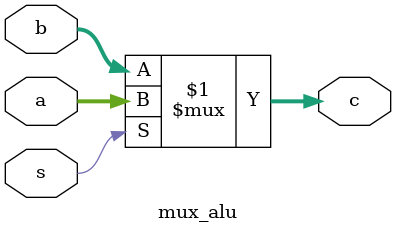
<source format=sv>
module mux_alu (
    input logic [31:0] a, b,
    input logic s,
    output logic [31:0] c
);

     assign c = (s) ? a : b ;

endmodule

</source>
